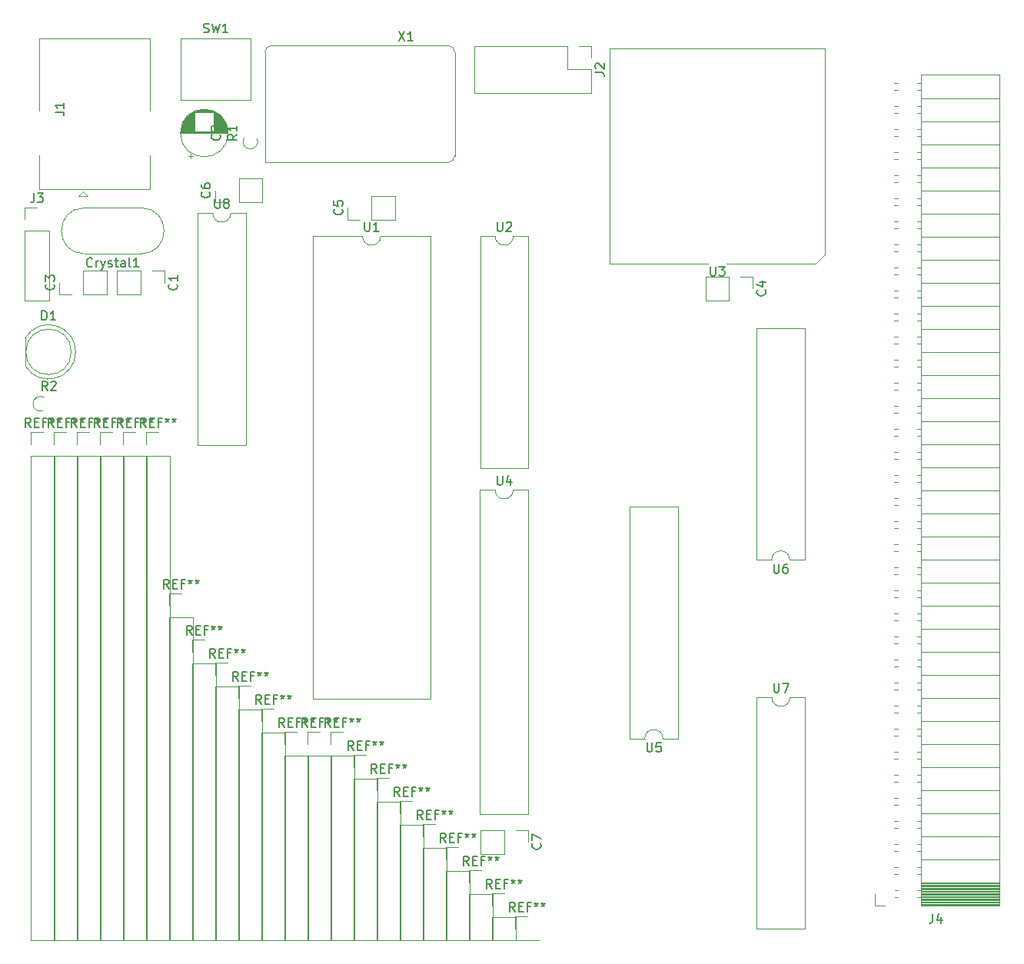
<source format=gbr>
%TF.GenerationSoftware,KiCad,Pcbnew,(6.0.1)*%
%TF.CreationDate,2023-05-10T08:42:28+02:00*%
%TF.ProjectId,VT100_MCU,56543130-305f-44d4-9355-2e6b69636164,rev?*%
%TF.SameCoordinates,Original*%
%TF.FileFunction,Legend,Top*%
%TF.FilePolarity,Positive*%
%FSLAX46Y46*%
G04 Gerber Fmt 4.6, Leading zero omitted, Abs format (unit mm)*
G04 Created by KiCad (PCBNEW (6.0.1)) date 2023-05-10 08:42:28*
%MOMM*%
%LPD*%
G01*
G04 APERTURE LIST*
%ADD10C,0.150000*%
%ADD11C,0.120000*%
G04 APERTURE END LIST*
D10*
%TO.C,REF\u002A\u002A*%
X43751666Y-87657380D02*
X43418333Y-87181190D01*
X43180238Y-87657380D02*
X43180238Y-86657380D01*
X43561190Y-86657380D01*
X43656428Y-86705000D01*
X43704047Y-86752619D01*
X43751666Y-86847857D01*
X43751666Y-86990714D01*
X43704047Y-87085952D01*
X43656428Y-87133571D01*
X43561190Y-87181190D01*
X43180238Y-87181190D01*
X44180238Y-87133571D02*
X44513571Y-87133571D01*
X44656428Y-87657380D02*
X44180238Y-87657380D01*
X44180238Y-86657380D01*
X44656428Y-86657380D01*
X45418333Y-87133571D02*
X45085000Y-87133571D01*
X45085000Y-87657380D02*
X45085000Y-86657380D01*
X45561190Y-86657380D01*
X46085000Y-86657380D02*
X46085000Y-86895476D01*
X45846904Y-86800238D02*
X46085000Y-86895476D01*
X46323095Y-86800238D01*
X45942142Y-87085952D02*
X46085000Y-86895476D01*
X46227857Y-87085952D01*
X46846904Y-86657380D02*
X46846904Y-86895476D01*
X46608809Y-86800238D02*
X46846904Y-86895476D01*
X47085000Y-86800238D01*
X46704047Y-87085952D02*
X46846904Y-86895476D01*
X46989761Y-87085952D01*
X71691666Y-110517380D02*
X71358333Y-110041190D01*
X71120238Y-110517380D02*
X71120238Y-109517380D01*
X71501190Y-109517380D01*
X71596428Y-109565000D01*
X71644047Y-109612619D01*
X71691666Y-109707857D01*
X71691666Y-109850714D01*
X71644047Y-109945952D01*
X71596428Y-109993571D01*
X71501190Y-110041190D01*
X71120238Y-110041190D01*
X72120238Y-109993571D02*
X72453571Y-109993571D01*
X72596428Y-110517380D02*
X72120238Y-110517380D01*
X72120238Y-109517380D01*
X72596428Y-109517380D01*
X73358333Y-109993571D02*
X73025000Y-109993571D01*
X73025000Y-110517380D02*
X73025000Y-109517380D01*
X73501190Y-109517380D01*
X74025000Y-109517380D02*
X74025000Y-109755476D01*
X73786904Y-109660238D02*
X74025000Y-109755476D01*
X74263095Y-109660238D01*
X73882142Y-109945952D02*
X74025000Y-109755476D01*
X74167857Y-109945952D01*
X74786904Y-109517380D02*
X74786904Y-109755476D01*
X74548809Y-109660238D02*
X74786904Y-109755476D01*
X75025000Y-109660238D01*
X74644047Y-109945952D02*
X74786904Y-109755476D01*
X74929761Y-109945952D01*
%TO.C,U2*%
X69743095Y-34602380D02*
X69743095Y-35411904D01*
X69790714Y-35507142D01*
X69838333Y-35554761D01*
X69933571Y-35602380D01*
X70124047Y-35602380D01*
X70219285Y-35554761D01*
X70266904Y-35507142D01*
X70314523Y-35411904D01*
X70314523Y-34602380D01*
X70743095Y-34697619D02*
X70790714Y-34650000D01*
X70885952Y-34602380D01*
X71124047Y-34602380D01*
X71219285Y-34650000D01*
X71266904Y-34697619D01*
X71314523Y-34792857D01*
X71314523Y-34888095D01*
X71266904Y-35030952D01*
X70695476Y-35602380D01*
X71314523Y-35602380D01*
%TO.C,C1*%
X34437142Y-41441666D02*
X34484761Y-41489285D01*
X34532380Y-41632142D01*
X34532380Y-41727380D01*
X34484761Y-41870238D01*
X34389523Y-41965476D01*
X34294285Y-42013095D01*
X34103809Y-42060714D01*
X33960952Y-42060714D01*
X33770476Y-42013095D01*
X33675238Y-41965476D01*
X33580000Y-41870238D01*
X33532380Y-41727380D01*
X33532380Y-41632142D01*
X33580000Y-41489285D01*
X33627619Y-41441666D01*
X34532380Y-40489285D02*
X34532380Y-41060714D01*
X34532380Y-40775000D02*
X33532380Y-40775000D01*
X33675238Y-40870238D01*
X33770476Y-40965476D01*
X33818095Y-41060714D01*
%TO.C,D1*%
X19581904Y-45387380D02*
X19581904Y-44387380D01*
X19820000Y-44387380D01*
X19962857Y-44435000D01*
X20058095Y-44530238D01*
X20105714Y-44625476D01*
X20153333Y-44815952D01*
X20153333Y-44958809D01*
X20105714Y-45149285D01*
X20058095Y-45244523D01*
X19962857Y-45339761D01*
X19820000Y-45387380D01*
X19581904Y-45387380D01*
X21105714Y-45387380D02*
X20534285Y-45387380D01*
X20820000Y-45387380D02*
X20820000Y-44387380D01*
X20724761Y-44530238D01*
X20629523Y-44625476D01*
X20534285Y-44673095D01*
%TO.C,REF\u002A\u002A*%
X18351666Y-57177380D02*
X18018333Y-56701190D01*
X17780238Y-57177380D02*
X17780238Y-56177380D01*
X18161190Y-56177380D01*
X18256428Y-56225000D01*
X18304047Y-56272619D01*
X18351666Y-56367857D01*
X18351666Y-56510714D01*
X18304047Y-56605952D01*
X18256428Y-56653571D01*
X18161190Y-56701190D01*
X17780238Y-56701190D01*
X18780238Y-56653571D02*
X19113571Y-56653571D01*
X19256428Y-57177380D02*
X18780238Y-57177380D01*
X18780238Y-56177380D01*
X19256428Y-56177380D01*
X20018333Y-56653571D02*
X19685000Y-56653571D01*
X19685000Y-57177380D02*
X19685000Y-56177380D01*
X20161190Y-56177380D01*
X20685000Y-56177380D02*
X20685000Y-56415476D01*
X20446904Y-56320238D02*
X20685000Y-56415476D01*
X20923095Y-56320238D01*
X20542142Y-56605952D02*
X20685000Y-56415476D01*
X20827857Y-56605952D01*
X21446904Y-56177380D02*
X21446904Y-56415476D01*
X21208809Y-56320238D02*
X21446904Y-56415476D01*
X21685000Y-56320238D01*
X21304047Y-56605952D02*
X21446904Y-56415476D01*
X21589761Y-56605952D01*
%TO.C,X1*%
X58880476Y-13592380D02*
X59547142Y-14592380D01*
X59547142Y-13592380D02*
X58880476Y-14592380D01*
X60451904Y-14592380D02*
X59880476Y-14592380D01*
X60166190Y-14592380D02*
X60166190Y-13592380D01*
X60070952Y-13735238D01*
X59975714Y-13830476D01*
X59880476Y-13878095D01*
%TO.C,REF\u002A\u002A*%
X31051666Y-57177380D02*
X30718333Y-56701190D01*
X30480238Y-57177380D02*
X30480238Y-56177380D01*
X30861190Y-56177380D01*
X30956428Y-56225000D01*
X31004047Y-56272619D01*
X31051666Y-56367857D01*
X31051666Y-56510714D01*
X31004047Y-56605952D01*
X30956428Y-56653571D01*
X30861190Y-56701190D01*
X30480238Y-56701190D01*
X31480238Y-56653571D02*
X31813571Y-56653571D01*
X31956428Y-57177380D02*
X31480238Y-57177380D01*
X31480238Y-56177380D01*
X31956428Y-56177380D01*
X32718333Y-56653571D02*
X32385000Y-56653571D01*
X32385000Y-57177380D02*
X32385000Y-56177380D01*
X32861190Y-56177380D01*
X33385000Y-56177380D02*
X33385000Y-56415476D01*
X33146904Y-56320238D02*
X33385000Y-56415476D01*
X33623095Y-56320238D01*
X33242142Y-56605952D02*
X33385000Y-56415476D01*
X33527857Y-56605952D01*
X34146904Y-56177380D02*
X34146904Y-56415476D01*
X33908809Y-56320238D02*
X34146904Y-56415476D01*
X34385000Y-56320238D01*
X34004047Y-56605952D02*
X34146904Y-56415476D01*
X34289761Y-56605952D01*
%TO.C,C6*%
X38027142Y-31281666D02*
X38074761Y-31329285D01*
X38122380Y-31472142D01*
X38122380Y-31567380D01*
X38074761Y-31710238D01*
X37979523Y-31805476D01*
X37884285Y-31853095D01*
X37693809Y-31900714D01*
X37550952Y-31900714D01*
X37360476Y-31853095D01*
X37265238Y-31805476D01*
X37170000Y-31710238D01*
X37122380Y-31567380D01*
X37122380Y-31472142D01*
X37170000Y-31329285D01*
X37217619Y-31281666D01*
X37122380Y-30424523D02*
X37122380Y-30615000D01*
X37170000Y-30710238D01*
X37217619Y-30757857D01*
X37360476Y-30853095D01*
X37550952Y-30900714D01*
X37931904Y-30900714D01*
X38027142Y-30853095D01*
X38074761Y-30805476D01*
X38122380Y-30710238D01*
X38122380Y-30519761D01*
X38074761Y-30424523D01*
X38027142Y-30376904D01*
X37931904Y-30329285D01*
X37693809Y-30329285D01*
X37598571Y-30376904D01*
X37550952Y-30424523D01*
X37503333Y-30519761D01*
X37503333Y-30710238D01*
X37550952Y-30805476D01*
X37598571Y-30853095D01*
X37693809Y-30900714D01*
%TO.C,REF\u002A\u002A*%
X46291666Y-90197380D02*
X45958333Y-89721190D01*
X45720238Y-90197380D02*
X45720238Y-89197380D01*
X46101190Y-89197380D01*
X46196428Y-89245000D01*
X46244047Y-89292619D01*
X46291666Y-89387857D01*
X46291666Y-89530714D01*
X46244047Y-89625952D01*
X46196428Y-89673571D01*
X46101190Y-89721190D01*
X45720238Y-89721190D01*
X46720238Y-89673571D02*
X47053571Y-89673571D01*
X47196428Y-90197380D02*
X46720238Y-90197380D01*
X46720238Y-89197380D01*
X47196428Y-89197380D01*
X47958333Y-89673571D02*
X47625000Y-89673571D01*
X47625000Y-90197380D02*
X47625000Y-89197380D01*
X48101190Y-89197380D01*
X48625000Y-89197380D02*
X48625000Y-89435476D01*
X48386904Y-89340238D02*
X48625000Y-89435476D01*
X48863095Y-89340238D01*
X48482142Y-89625952D02*
X48625000Y-89435476D01*
X48767857Y-89625952D01*
X49386904Y-89197380D02*
X49386904Y-89435476D01*
X49148809Y-89340238D02*
X49386904Y-89435476D01*
X49625000Y-89340238D01*
X49244047Y-89625952D02*
X49386904Y-89435476D01*
X49529761Y-89625952D01*
X23431666Y-57177380D02*
X23098333Y-56701190D01*
X22860238Y-57177380D02*
X22860238Y-56177380D01*
X23241190Y-56177380D01*
X23336428Y-56225000D01*
X23384047Y-56272619D01*
X23431666Y-56367857D01*
X23431666Y-56510714D01*
X23384047Y-56605952D01*
X23336428Y-56653571D01*
X23241190Y-56701190D01*
X22860238Y-56701190D01*
X23860238Y-56653571D02*
X24193571Y-56653571D01*
X24336428Y-57177380D02*
X23860238Y-57177380D01*
X23860238Y-56177380D01*
X24336428Y-56177380D01*
X25098333Y-56653571D02*
X24765000Y-56653571D01*
X24765000Y-57177380D02*
X24765000Y-56177380D01*
X25241190Y-56177380D01*
X25765000Y-56177380D02*
X25765000Y-56415476D01*
X25526904Y-56320238D02*
X25765000Y-56415476D01*
X26003095Y-56320238D01*
X25622142Y-56605952D02*
X25765000Y-56415476D01*
X25907857Y-56605952D01*
X26526904Y-56177380D02*
X26526904Y-56415476D01*
X26288809Y-56320238D02*
X26526904Y-56415476D01*
X26765000Y-56320238D01*
X26384047Y-56605952D02*
X26526904Y-56415476D01*
X26669761Y-56605952D01*
%TO.C,R1*%
X41077380Y-24951566D02*
X40601190Y-25284900D01*
X41077380Y-25522995D02*
X40077380Y-25522995D01*
X40077380Y-25142042D01*
X40125000Y-25046804D01*
X40172619Y-24999185D01*
X40267857Y-24951566D01*
X40410714Y-24951566D01*
X40505952Y-24999185D01*
X40553571Y-25046804D01*
X40601190Y-25142042D01*
X40601190Y-25522995D01*
X41077380Y-23999185D02*
X41077380Y-24570614D01*
X41077380Y-24284900D02*
X40077380Y-24284900D01*
X40220238Y-24380138D01*
X40315476Y-24475376D01*
X40363095Y-24570614D01*
%TO.C,U8*%
X38628095Y-32062380D02*
X38628095Y-32871904D01*
X38675714Y-32967142D01*
X38723333Y-33014761D01*
X38818571Y-33062380D01*
X39009047Y-33062380D01*
X39104285Y-33014761D01*
X39151904Y-32967142D01*
X39199523Y-32871904D01*
X39199523Y-32062380D01*
X39818571Y-32490952D02*
X39723333Y-32443333D01*
X39675714Y-32395714D01*
X39628095Y-32300476D01*
X39628095Y-32252857D01*
X39675714Y-32157619D01*
X39723333Y-32110000D01*
X39818571Y-32062380D01*
X40009047Y-32062380D01*
X40104285Y-32110000D01*
X40151904Y-32157619D01*
X40199523Y-32252857D01*
X40199523Y-32300476D01*
X40151904Y-32395714D01*
X40104285Y-32443333D01*
X40009047Y-32490952D01*
X39818571Y-32490952D01*
X39723333Y-32538571D01*
X39675714Y-32586190D01*
X39628095Y-32681428D01*
X39628095Y-32871904D01*
X39675714Y-32967142D01*
X39723333Y-33014761D01*
X39818571Y-33062380D01*
X40009047Y-33062380D01*
X40104285Y-33014761D01*
X40151904Y-32967142D01*
X40199523Y-32871904D01*
X40199523Y-32681428D01*
X40151904Y-32586190D01*
X40104285Y-32538571D01*
X40009047Y-32490952D01*
%TO.C,C2*%
X39152142Y-24951666D02*
X39199761Y-24999285D01*
X39247380Y-25142142D01*
X39247380Y-25237380D01*
X39199761Y-25380238D01*
X39104523Y-25475476D01*
X39009285Y-25523095D01*
X38818809Y-25570714D01*
X38675952Y-25570714D01*
X38485476Y-25523095D01*
X38390238Y-25475476D01*
X38295000Y-25380238D01*
X38247380Y-25237380D01*
X38247380Y-25142142D01*
X38295000Y-24999285D01*
X38342619Y-24951666D01*
X38342619Y-24570714D02*
X38295000Y-24523095D01*
X38247380Y-24427857D01*
X38247380Y-24189761D01*
X38295000Y-24094523D01*
X38342619Y-24046904D01*
X38437857Y-23999285D01*
X38533095Y-23999285D01*
X38675952Y-24046904D01*
X39247380Y-24618333D01*
X39247380Y-23999285D01*
%TO.C,R2*%
X20198333Y-53142380D02*
X19865000Y-52666190D01*
X19626904Y-53142380D02*
X19626904Y-52142380D01*
X20007857Y-52142380D01*
X20103095Y-52190000D01*
X20150714Y-52237619D01*
X20198333Y-52332857D01*
X20198333Y-52475714D01*
X20150714Y-52570952D01*
X20103095Y-52618571D01*
X20007857Y-52666190D01*
X19626904Y-52666190D01*
X20579285Y-52237619D02*
X20626904Y-52190000D01*
X20722142Y-52142380D01*
X20960238Y-52142380D01*
X21055476Y-52190000D01*
X21103095Y-52237619D01*
X21150714Y-52332857D01*
X21150714Y-52428095D01*
X21103095Y-52570952D01*
X20531666Y-53142380D01*
X21150714Y-53142380D01*
%TO.C,C7*%
X74457142Y-103046666D02*
X74504761Y-103094285D01*
X74552380Y-103237142D01*
X74552380Y-103332380D01*
X74504761Y-103475238D01*
X74409523Y-103570476D01*
X74314285Y-103618095D01*
X74123809Y-103665714D01*
X73980952Y-103665714D01*
X73790476Y-103618095D01*
X73695238Y-103570476D01*
X73600000Y-103475238D01*
X73552380Y-103332380D01*
X73552380Y-103237142D01*
X73600000Y-103094285D01*
X73647619Y-103046666D01*
X73552380Y-102713333D02*
X73552380Y-102046666D01*
X74552380Y-102475238D01*
%TO.C,REF\u002A\u002A*%
X20891666Y-57177380D02*
X20558333Y-56701190D01*
X20320238Y-57177380D02*
X20320238Y-56177380D01*
X20701190Y-56177380D01*
X20796428Y-56225000D01*
X20844047Y-56272619D01*
X20891666Y-56367857D01*
X20891666Y-56510714D01*
X20844047Y-56605952D01*
X20796428Y-56653571D01*
X20701190Y-56701190D01*
X20320238Y-56701190D01*
X21320238Y-56653571D02*
X21653571Y-56653571D01*
X21796428Y-57177380D02*
X21320238Y-57177380D01*
X21320238Y-56177380D01*
X21796428Y-56177380D01*
X22558333Y-56653571D02*
X22225000Y-56653571D01*
X22225000Y-57177380D02*
X22225000Y-56177380D01*
X22701190Y-56177380D01*
X23225000Y-56177380D02*
X23225000Y-56415476D01*
X22986904Y-56320238D02*
X23225000Y-56415476D01*
X23463095Y-56320238D01*
X23082142Y-56605952D02*
X23225000Y-56415476D01*
X23367857Y-56605952D01*
X23986904Y-56177380D02*
X23986904Y-56415476D01*
X23748809Y-56320238D02*
X23986904Y-56415476D01*
X24225000Y-56320238D01*
X23844047Y-56605952D02*
X23986904Y-56415476D01*
X24129761Y-56605952D01*
%TO.C,U1*%
X55128095Y-34597380D02*
X55128095Y-35406904D01*
X55175714Y-35502142D01*
X55223333Y-35549761D01*
X55318571Y-35597380D01*
X55509047Y-35597380D01*
X55604285Y-35549761D01*
X55651904Y-35502142D01*
X55699523Y-35406904D01*
X55699523Y-34597380D01*
X56699523Y-35597380D02*
X56128095Y-35597380D01*
X56413809Y-35597380D02*
X56413809Y-34597380D01*
X56318571Y-34740238D01*
X56223333Y-34835476D01*
X56128095Y-34883095D01*
%TO.C,REF\u002A\u002A*%
X66611666Y-105437380D02*
X66278333Y-104961190D01*
X66040238Y-105437380D02*
X66040238Y-104437380D01*
X66421190Y-104437380D01*
X66516428Y-104485000D01*
X66564047Y-104532619D01*
X66611666Y-104627857D01*
X66611666Y-104770714D01*
X66564047Y-104865952D01*
X66516428Y-104913571D01*
X66421190Y-104961190D01*
X66040238Y-104961190D01*
X67040238Y-104913571D02*
X67373571Y-104913571D01*
X67516428Y-105437380D02*
X67040238Y-105437380D01*
X67040238Y-104437380D01*
X67516428Y-104437380D01*
X68278333Y-104913571D02*
X67945000Y-104913571D01*
X67945000Y-105437380D02*
X67945000Y-104437380D01*
X68421190Y-104437380D01*
X68945000Y-104437380D02*
X68945000Y-104675476D01*
X68706904Y-104580238D02*
X68945000Y-104675476D01*
X69183095Y-104580238D01*
X68802142Y-104865952D02*
X68945000Y-104675476D01*
X69087857Y-104865952D01*
X69706904Y-104437380D02*
X69706904Y-104675476D01*
X69468809Y-104580238D02*
X69706904Y-104675476D01*
X69945000Y-104580238D01*
X69564047Y-104865952D02*
X69706904Y-104675476D01*
X69849761Y-104865952D01*
X28511666Y-57177380D02*
X28178333Y-56701190D01*
X27940238Y-57177380D02*
X27940238Y-56177380D01*
X28321190Y-56177380D01*
X28416428Y-56225000D01*
X28464047Y-56272619D01*
X28511666Y-56367857D01*
X28511666Y-56510714D01*
X28464047Y-56605952D01*
X28416428Y-56653571D01*
X28321190Y-56701190D01*
X27940238Y-56701190D01*
X28940238Y-56653571D02*
X29273571Y-56653571D01*
X29416428Y-57177380D02*
X28940238Y-57177380D01*
X28940238Y-56177380D01*
X29416428Y-56177380D01*
X30178333Y-56653571D02*
X29845000Y-56653571D01*
X29845000Y-57177380D02*
X29845000Y-56177380D01*
X30321190Y-56177380D01*
X30845000Y-56177380D02*
X30845000Y-56415476D01*
X30606904Y-56320238D02*
X30845000Y-56415476D01*
X31083095Y-56320238D01*
X30702142Y-56605952D02*
X30845000Y-56415476D01*
X30987857Y-56605952D01*
X31606904Y-56177380D02*
X31606904Y-56415476D01*
X31368809Y-56320238D02*
X31606904Y-56415476D01*
X31845000Y-56320238D01*
X31464047Y-56605952D02*
X31606904Y-56415476D01*
X31749761Y-56605952D01*
X25971666Y-57177380D02*
X25638333Y-56701190D01*
X25400238Y-57177380D02*
X25400238Y-56177380D01*
X25781190Y-56177380D01*
X25876428Y-56225000D01*
X25924047Y-56272619D01*
X25971666Y-56367857D01*
X25971666Y-56510714D01*
X25924047Y-56605952D01*
X25876428Y-56653571D01*
X25781190Y-56701190D01*
X25400238Y-56701190D01*
X26400238Y-56653571D02*
X26733571Y-56653571D01*
X26876428Y-57177380D02*
X26400238Y-57177380D01*
X26400238Y-56177380D01*
X26876428Y-56177380D01*
X27638333Y-56653571D02*
X27305000Y-56653571D01*
X27305000Y-57177380D02*
X27305000Y-56177380D01*
X27781190Y-56177380D01*
X28305000Y-56177380D02*
X28305000Y-56415476D01*
X28066904Y-56320238D02*
X28305000Y-56415476D01*
X28543095Y-56320238D01*
X28162142Y-56605952D02*
X28305000Y-56415476D01*
X28447857Y-56605952D01*
X29066904Y-56177380D02*
X29066904Y-56415476D01*
X28828809Y-56320238D02*
X29066904Y-56415476D01*
X29305000Y-56320238D01*
X28924047Y-56605952D02*
X29066904Y-56415476D01*
X29209761Y-56605952D01*
%TO.C,J2*%
X80522380Y-18113333D02*
X81236666Y-18113333D01*
X81379523Y-18160952D01*
X81474761Y-18256190D01*
X81522380Y-18399047D01*
X81522380Y-18494285D01*
X80617619Y-17684761D02*
X80570000Y-17637142D01*
X80522380Y-17541904D01*
X80522380Y-17303809D01*
X80570000Y-17208571D01*
X80617619Y-17160952D01*
X80712857Y-17113333D01*
X80808095Y-17113333D01*
X80950952Y-17160952D01*
X81522380Y-17732380D01*
X81522380Y-17113333D01*
%TO.C,Crystal1*%
X25128095Y-39442142D02*
X25080476Y-39489761D01*
X24937619Y-39537380D01*
X24842380Y-39537380D01*
X24699523Y-39489761D01*
X24604285Y-39394523D01*
X24556666Y-39299285D01*
X24509047Y-39108809D01*
X24509047Y-38965952D01*
X24556666Y-38775476D01*
X24604285Y-38680238D01*
X24699523Y-38585000D01*
X24842380Y-38537380D01*
X24937619Y-38537380D01*
X25080476Y-38585000D01*
X25128095Y-38632619D01*
X25556666Y-39537380D02*
X25556666Y-38870714D01*
X25556666Y-39061190D02*
X25604285Y-38965952D01*
X25651904Y-38918333D01*
X25747142Y-38870714D01*
X25842380Y-38870714D01*
X26080476Y-38870714D02*
X26318571Y-39537380D01*
X26556666Y-38870714D02*
X26318571Y-39537380D01*
X26223333Y-39775476D01*
X26175714Y-39823095D01*
X26080476Y-39870714D01*
X26890000Y-39489761D02*
X26985238Y-39537380D01*
X27175714Y-39537380D01*
X27270952Y-39489761D01*
X27318571Y-39394523D01*
X27318571Y-39346904D01*
X27270952Y-39251666D01*
X27175714Y-39204047D01*
X27032857Y-39204047D01*
X26937619Y-39156428D01*
X26890000Y-39061190D01*
X26890000Y-39013571D01*
X26937619Y-38918333D01*
X27032857Y-38870714D01*
X27175714Y-38870714D01*
X27270952Y-38918333D01*
X27604285Y-38870714D02*
X27985238Y-38870714D01*
X27747142Y-38537380D02*
X27747142Y-39394523D01*
X27794761Y-39489761D01*
X27890000Y-39537380D01*
X27985238Y-39537380D01*
X28747142Y-39537380D02*
X28747142Y-39013571D01*
X28699523Y-38918333D01*
X28604285Y-38870714D01*
X28413809Y-38870714D01*
X28318571Y-38918333D01*
X28747142Y-39489761D02*
X28651904Y-39537380D01*
X28413809Y-39537380D01*
X28318571Y-39489761D01*
X28270952Y-39394523D01*
X28270952Y-39299285D01*
X28318571Y-39204047D01*
X28413809Y-39156428D01*
X28651904Y-39156428D01*
X28747142Y-39108809D01*
X29366190Y-39537380D02*
X29270952Y-39489761D01*
X29223333Y-39394523D01*
X29223333Y-38537380D01*
X30270952Y-39537380D02*
X29699523Y-39537380D01*
X29985238Y-39537380D02*
X29985238Y-38537380D01*
X29890000Y-38680238D01*
X29794761Y-38775476D01*
X29699523Y-38823095D01*
%TO.C,REF\u002A\u002A*%
X61531666Y-100357380D02*
X61198333Y-99881190D01*
X60960238Y-100357380D02*
X60960238Y-99357380D01*
X61341190Y-99357380D01*
X61436428Y-99405000D01*
X61484047Y-99452619D01*
X61531666Y-99547857D01*
X61531666Y-99690714D01*
X61484047Y-99785952D01*
X61436428Y-99833571D01*
X61341190Y-99881190D01*
X60960238Y-99881190D01*
X61960238Y-99833571D02*
X62293571Y-99833571D01*
X62436428Y-100357380D02*
X61960238Y-100357380D01*
X61960238Y-99357380D01*
X62436428Y-99357380D01*
X63198333Y-99833571D02*
X62865000Y-99833571D01*
X62865000Y-100357380D02*
X62865000Y-99357380D01*
X63341190Y-99357380D01*
X63865000Y-99357380D02*
X63865000Y-99595476D01*
X63626904Y-99500238D02*
X63865000Y-99595476D01*
X64103095Y-99500238D01*
X63722142Y-99785952D02*
X63865000Y-99595476D01*
X64007857Y-99785952D01*
X64626904Y-99357380D02*
X64626904Y-99595476D01*
X64388809Y-99500238D02*
X64626904Y-99595476D01*
X64865000Y-99500238D01*
X64484047Y-99785952D02*
X64626904Y-99595476D01*
X64769761Y-99785952D01*
X64071666Y-102897380D02*
X63738333Y-102421190D01*
X63500238Y-102897380D02*
X63500238Y-101897380D01*
X63881190Y-101897380D01*
X63976428Y-101945000D01*
X64024047Y-101992619D01*
X64071666Y-102087857D01*
X64071666Y-102230714D01*
X64024047Y-102325952D01*
X63976428Y-102373571D01*
X63881190Y-102421190D01*
X63500238Y-102421190D01*
X64500238Y-102373571D02*
X64833571Y-102373571D01*
X64976428Y-102897380D02*
X64500238Y-102897380D01*
X64500238Y-101897380D01*
X64976428Y-101897380D01*
X65738333Y-102373571D02*
X65405000Y-102373571D01*
X65405000Y-102897380D02*
X65405000Y-101897380D01*
X65881190Y-101897380D01*
X66405000Y-101897380D02*
X66405000Y-102135476D01*
X66166904Y-102040238D02*
X66405000Y-102135476D01*
X66643095Y-102040238D01*
X66262142Y-102325952D02*
X66405000Y-102135476D01*
X66547857Y-102325952D01*
X67166904Y-101897380D02*
X67166904Y-102135476D01*
X66928809Y-102040238D02*
X67166904Y-102135476D01*
X67405000Y-102040238D01*
X67024047Y-102325952D02*
X67166904Y-102135476D01*
X67309761Y-102325952D01*
X48831666Y-90197380D02*
X48498333Y-89721190D01*
X48260238Y-90197380D02*
X48260238Y-89197380D01*
X48641190Y-89197380D01*
X48736428Y-89245000D01*
X48784047Y-89292619D01*
X48831666Y-89387857D01*
X48831666Y-89530714D01*
X48784047Y-89625952D01*
X48736428Y-89673571D01*
X48641190Y-89721190D01*
X48260238Y-89721190D01*
X49260238Y-89673571D02*
X49593571Y-89673571D01*
X49736428Y-90197380D02*
X49260238Y-90197380D01*
X49260238Y-89197380D01*
X49736428Y-89197380D01*
X50498333Y-89673571D02*
X50165000Y-89673571D01*
X50165000Y-90197380D02*
X50165000Y-89197380D01*
X50641190Y-89197380D01*
X51165000Y-89197380D02*
X51165000Y-89435476D01*
X50926904Y-89340238D02*
X51165000Y-89435476D01*
X51403095Y-89340238D01*
X51022142Y-89625952D02*
X51165000Y-89435476D01*
X51307857Y-89625952D01*
X51926904Y-89197380D02*
X51926904Y-89435476D01*
X51688809Y-89340238D02*
X51926904Y-89435476D01*
X52165000Y-89340238D01*
X51784047Y-89625952D02*
X51926904Y-89435476D01*
X52069761Y-89625952D01*
%TO.C,C4*%
X99222142Y-42086666D02*
X99269761Y-42134285D01*
X99317380Y-42277142D01*
X99317380Y-42372380D01*
X99269761Y-42515238D01*
X99174523Y-42610476D01*
X99079285Y-42658095D01*
X98888809Y-42705714D01*
X98745952Y-42705714D01*
X98555476Y-42658095D01*
X98460238Y-42610476D01*
X98365000Y-42515238D01*
X98317380Y-42372380D01*
X98317380Y-42277142D01*
X98365000Y-42134285D01*
X98412619Y-42086666D01*
X98650714Y-41229523D02*
X99317380Y-41229523D01*
X98269761Y-41467619D02*
X98984047Y-41705714D01*
X98984047Y-41086666D01*
%TO.C,REF\u002A\u002A*%
X69151666Y-107977380D02*
X68818333Y-107501190D01*
X68580238Y-107977380D02*
X68580238Y-106977380D01*
X68961190Y-106977380D01*
X69056428Y-107025000D01*
X69104047Y-107072619D01*
X69151666Y-107167857D01*
X69151666Y-107310714D01*
X69104047Y-107405952D01*
X69056428Y-107453571D01*
X68961190Y-107501190D01*
X68580238Y-107501190D01*
X69580238Y-107453571D02*
X69913571Y-107453571D01*
X70056428Y-107977380D02*
X69580238Y-107977380D01*
X69580238Y-106977380D01*
X70056428Y-106977380D01*
X70818333Y-107453571D02*
X70485000Y-107453571D01*
X70485000Y-107977380D02*
X70485000Y-106977380D01*
X70961190Y-106977380D01*
X71485000Y-106977380D02*
X71485000Y-107215476D01*
X71246904Y-107120238D02*
X71485000Y-107215476D01*
X71723095Y-107120238D01*
X71342142Y-107405952D02*
X71485000Y-107215476D01*
X71627857Y-107405952D01*
X72246904Y-106977380D02*
X72246904Y-107215476D01*
X72008809Y-107120238D02*
X72246904Y-107215476D01*
X72485000Y-107120238D01*
X72104047Y-107405952D02*
X72246904Y-107215476D01*
X72389761Y-107405952D01*
%TO.C,C5*%
X52637142Y-33186666D02*
X52684761Y-33234285D01*
X52732380Y-33377142D01*
X52732380Y-33472380D01*
X52684761Y-33615238D01*
X52589523Y-33710476D01*
X52494285Y-33758095D01*
X52303809Y-33805714D01*
X52160952Y-33805714D01*
X51970476Y-33758095D01*
X51875238Y-33710476D01*
X51780000Y-33615238D01*
X51732380Y-33472380D01*
X51732380Y-33377142D01*
X51780000Y-33234285D01*
X51827619Y-33186666D01*
X51732380Y-32281904D02*
X51732380Y-32758095D01*
X52208571Y-32805714D01*
X52160952Y-32758095D01*
X52113333Y-32662857D01*
X52113333Y-32424761D01*
X52160952Y-32329523D01*
X52208571Y-32281904D01*
X52303809Y-32234285D01*
X52541904Y-32234285D01*
X52637142Y-32281904D01*
X52684761Y-32329523D01*
X52732380Y-32424761D01*
X52732380Y-32662857D01*
X52684761Y-32758095D01*
X52637142Y-32805714D01*
%TO.C,U5*%
X86223095Y-91947380D02*
X86223095Y-92756904D01*
X86270714Y-92852142D01*
X86318333Y-92899761D01*
X86413571Y-92947380D01*
X86604047Y-92947380D01*
X86699285Y-92899761D01*
X86746904Y-92852142D01*
X86794523Y-92756904D01*
X86794523Y-91947380D01*
X87746904Y-91947380D02*
X87270714Y-91947380D01*
X87223095Y-92423571D01*
X87270714Y-92375952D01*
X87365952Y-92328333D01*
X87604047Y-92328333D01*
X87699285Y-92375952D01*
X87746904Y-92423571D01*
X87794523Y-92518809D01*
X87794523Y-92756904D01*
X87746904Y-92852142D01*
X87699285Y-92899761D01*
X87604047Y-92947380D01*
X87365952Y-92947380D01*
X87270714Y-92899761D01*
X87223095Y-92852142D01*
%TO.C,REF\u002A\u002A*%
X58991666Y-97817380D02*
X58658333Y-97341190D01*
X58420238Y-97817380D02*
X58420238Y-96817380D01*
X58801190Y-96817380D01*
X58896428Y-96865000D01*
X58944047Y-96912619D01*
X58991666Y-97007857D01*
X58991666Y-97150714D01*
X58944047Y-97245952D01*
X58896428Y-97293571D01*
X58801190Y-97341190D01*
X58420238Y-97341190D01*
X59420238Y-97293571D02*
X59753571Y-97293571D01*
X59896428Y-97817380D02*
X59420238Y-97817380D01*
X59420238Y-96817380D01*
X59896428Y-96817380D01*
X60658333Y-97293571D02*
X60325000Y-97293571D01*
X60325000Y-97817380D02*
X60325000Y-96817380D01*
X60801190Y-96817380D01*
X61325000Y-96817380D02*
X61325000Y-97055476D01*
X61086904Y-96960238D02*
X61325000Y-97055476D01*
X61563095Y-96960238D01*
X61182142Y-97245952D02*
X61325000Y-97055476D01*
X61467857Y-97245952D01*
X62086904Y-96817380D02*
X62086904Y-97055476D01*
X61848809Y-96960238D02*
X62086904Y-97055476D01*
X62325000Y-96960238D01*
X61944047Y-97245952D02*
X62086904Y-97055476D01*
X62229761Y-97245952D01*
X56451666Y-95277380D02*
X56118333Y-94801190D01*
X55880238Y-95277380D02*
X55880238Y-94277380D01*
X56261190Y-94277380D01*
X56356428Y-94325000D01*
X56404047Y-94372619D01*
X56451666Y-94467857D01*
X56451666Y-94610714D01*
X56404047Y-94705952D01*
X56356428Y-94753571D01*
X56261190Y-94801190D01*
X55880238Y-94801190D01*
X56880238Y-94753571D02*
X57213571Y-94753571D01*
X57356428Y-95277380D02*
X56880238Y-95277380D01*
X56880238Y-94277380D01*
X57356428Y-94277380D01*
X58118333Y-94753571D02*
X57785000Y-94753571D01*
X57785000Y-95277380D02*
X57785000Y-94277380D01*
X58261190Y-94277380D01*
X58785000Y-94277380D02*
X58785000Y-94515476D01*
X58546904Y-94420238D02*
X58785000Y-94515476D01*
X59023095Y-94420238D01*
X58642142Y-94705952D02*
X58785000Y-94515476D01*
X58927857Y-94705952D01*
X59546904Y-94277380D02*
X59546904Y-94515476D01*
X59308809Y-94420238D02*
X59546904Y-94515476D01*
X59785000Y-94420238D01*
X59404047Y-94705952D02*
X59546904Y-94515476D01*
X59689761Y-94705952D01*
%TO.C,U3*%
X93218095Y-39507380D02*
X93218095Y-40316904D01*
X93265714Y-40412142D01*
X93313333Y-40459761D01*
X93408571Y-40507380D01*
X93599047Y-40507380D01*
X93694285Y-40459761D01*
X93741904Y-40412142D01*
X93789523Y-40316904D01*
X93789523Y-39507380D01*
X94170476Y-39507380D02*
X94789523Y-39507380D01*
X94456190Y-39888333D01*
X94599047Y-39888333D01*
X94694285Y-39935952D01*
X94741904Y-39983571D01*
X94789523Y-40078809D01*
X94789523Y-40316904D01*
X94741904Y-40412142D01*
X94694285Y-40459761D01*
X94599047Y-40507380D01*
X94313333Y-40507380D01*
X94218095Y-40459761D01*
X94170476Y-40412142D01*
%TO.C,REF\u002A\u002A*%
X41211666Y-85117380D02*
X40878333Y-84641190D01*
X40640238Y-85117380D02*
X40640238Y-84117380D01*
X41021190Y-84117380D01*
X41116428Y-84165000D01*
X41164047Y-84212619D01*
X41211666Y-84307857D01*
X41211666Y-84450714D01*
X41164047Y-84545952D01*
X41116428Y-84593571D01*
X41021190Y-84641190D01*
X40640238Y-84641190D01*
X41640238Y-84593571D02*
X41973571Y-84593571D01*
X42116428Y-85117380D02*
X41640238Y-85117380D01*
X41640238Y-84117380D01*
X42116428Y-84117380D01*
X42878333Y-84593571D02*
X42545000Y-84593571D01*
X42545000Y-85117380D02*
X42545000Y-84117380D01*
X43021190Y-84117380D01*
X43545000Y-84117380D02*
X43545000Y-84355476D01*
X43306904Y-84260238D02*
X43545000Y-84355476D01*
X43783095Y-84260238D01*
X43402142Y-84545952D02*
X43545000Y-84355476D01*
X43687857Y-84545952D01*
X44306904Y-84117380D02*
X44306904Y-84355476D01*
X44068809Y-84260238D02*
X44306904Y-84355476D01*
X44545000Y-84260238D01*
X44164047Y-84545952D02*
X44306904Y-84355476D01*
X44449761Y-84545952D01*
%TO.C,U7*%
X100203095Y-85387380D02*
X100203095Y-86196904D01*
X100250714Y-86292142D01*
X100298333Y-86339761D01*
X100393571Y-86387380D01*
X100584047Y-86387380D01*
X100679285Y-86339761D01*
X100726904Y-86292142D01*
X100774523Y-86196904D01*
X100774523Y-85387380D01*
X101155476Y-85387380D02*
X101822142Y-85387380D01*
X101393571Y-86387380D01*
%TO.C,REF\u002A\u002A*%
X38671666Y-82577380D02*
X38338333Y-82101190D01*
X38100238Y-82577380D02*
X38100238Y-81577380D01*
X38481190Y-81577380D01*
X38576428Y-81625000D01*
X38624047Y-81672619D01*
X38671666Y-81767857D01*
X38671666Y-81910714D01*
X38624047Y-82005952D01*
X38576428Y-82053571D01*
X38481190Y-82101190D01*
X38100238Y-82101190D01*
X39100238Y-82053571D02*
X39433571Y-82053571D01*
X39576428Y-82577380D02*
X39100238Y-82577380D01*
X39100238Y-81577380D01*
X39576428Y-81577380D01*
X40338333Y-82053571D02*
X40005000Y-82053571D01*
X40005000Y-82577380D02*
X40005000Y-81577380D01*
X40481190Y-81577380D01*
X41005000Y-81577380D02*
X41005000Y-81815476D01*
X40766904Y-81720238D02*
X41005000Y-81815476D01*
X41243095Y-81720238D01*
X40862142Y-82005952D02*
X41005000Y-81815476D01*
X41147857Y-82005952D01*
X41766904Y-81577380D02*
X41766904Y-81815476D01*
X41528809Y-81720238D02*
X41766904Y-81815476D01*
X42005000Y-81720238D01*
X41624047Y-82005952D02*
X41766904Y-81815476D01*
X41909761Y-82005952D01*
%TO.C,U4*%
X69733095Y-62537380D02*
X69733095Y-63346904D01*
X69780714Y-63442142D01*
X69828333Y-63489761D01*
X69923571Y-63537380D01*
X70114047Y-63537380D01*
X70209285Y-63489761D01*
X70256904Y-63442142D01*
X70304523Y-63346904D01*
X70304523Y-62537380D01*
X71209285Y-62870714D02*
X71209285Y-63537380D01*
X70971190Y-62489761D02*
X70733095Y-63204047D01*
X71352142Y-63204047D01*
%TO.C,SW1*%
X37401666Y-13684761D02*
X37544523Y-13732380D01*
X37782619Y-13732380D01*
X37877857Y-13684761D01*
X37925476Y-13637142D01*
X37973095Y-13541904D01*
X37973095Y-13446666D01*
X37925476Y-13351428D01*
X37877857Y-13303809D01*
X37782619Y-13256190D01*
X37592142Y-13208571D01*
X37496904Y-13160952D01*
X37449285Y-13113333D01*
X37401666Y-13018095D01*
X37401666Y-12922857D01*
X37449285Y-12827619D01*
X37496904Y-12780000D01*
X37592142Y-12732380D01*
X37830238Y-12732380D01*
X37973095Y-12780000D01*
X38306428Y-12732380D02*
X38544523Y-13732380D01*
X38735000Y-13018095D01*
X38925476Y-13732380D01*
X39163571Y-12732380D01*
X40068333Y-13732380D02*
X39496904Y-13732380D01*
X39782619Y-13732380D02*
X39782619Y-12732380D01*
X39687380Y-12875238D01*
X39592142Y-12970476D01*
X39496904Y-13018095D01*
%TO.C,U6*%
X100193095Y-72267380D02*
X100193095Y-73076904D01*
X100240714Y-73172142D01*
X100288333Y-73219761D01*
X100383571Y-73267380D01*
X100574047Y-73267380D01*
X100669285Y-73219761D01*
X100716904Y-73172142D01*
X100764523Y-73076904D01*
X100764523Y-72267380D01*
X101669285Y-72267380D02*
X101478809Y-72267380D01*
X101383571Y-72315000D01*
X101335952Y-72362619D01*
X101240714Y-72505476D01*
X101193095Y-72695952D01*
X101193095Y-73076904D01*
X101240714Y-73172142D01*
X101288333Y-73219761D01*
X101383571Y-73267380D01*
X101574047Y-73267380D01*
X101669285Y-73219761D01*
X101716904Y-73172142D01*
X101764523Y-73076904D01*
X101764523Y-72838809D01*
X101716904Y-72743571D01*
X101669285Y-72695952D01*
X101574047Y-72648333D01*
X101383571Y-72648333D01*
X101288333Y-72695952D01*
X101240714Y-72743571D01*
X101193095Y-72838809D01*
%TO.C,J3*%
X18716666Y-31422380D02*
X18716666Y-32136666D01*
X18669047Y-32279523D01*
X18573809Y-32374761D01*
X18430952Y-32422380D01*
X18335714Y-32422380D01*
X19097619Y-31422380D02*
X19716666Y-31422380D01*
X19383333Y-31803333D01*
X19526190Y-31803333D01*
X19621428Y-31850952D01*
X19669047Y-31898571D01*
X19716666Y-31993809D01*
X19716666Y-32231904D01*
X19669047Y-32327142D01*
X19621428Y-32374761D01*
X19526190Y-32422380D01*
X19240476Y-32422380D01*
X19145238Y-32374761D01*
X19097619Y-32327142D01*
%TO.C,REF\u002A\u002A*%
X53911666Y-92737380D02*
X53578333Y-92261190D01*
X53340238Y-92737380D02*
X53340238Y-91737380D01*
X53721190Y-91737380D01*
X53816428Y-91785000D01*
X53864047Y-91832619D01*
X53911666Y-91927857D01*
X53911666Y-92070714D01*
X53864047Y-92165952D01*
X53816428Y-92213571D01*
X53721190Y-92261190D01*
X53340238Y-92261190D01*
X54340238Y-92213571D02*
X54673571Y-92213571D01*
X54816428Y-92737380D02*
X54340238Y-92737380D01*
X54340238Y-91737380D01*
X54816428Y-91737380D01*
X55578333Y-92213571D02*
X55245000Y-92213571D01*
X55245000Y-92737380D02*
X55245000Y-91737380D01*
X55721190Y-91737380D01*
X56245000Y-91737380D02*
X56245000Y-91975476D01*
X56006904Y-91880238D02*
X56245000Y-91975476D01*
X56483095Y-91880238D01*
X56102142Y-92165952D02*
X56245000Y-91975476D01*
X56387857Y-92165952D01*
X57006904Y-91737380D02*
X57006904Y-91975476D01*
X56768809Y-91880238D02*
X57006904Y-91975476D01*
X57245000Y-91880238D01*
X56864047Y-92165952D02*
X57006904Y-91975476D01*
X57149761Y-92165952D01*
%TO.C,C3*%
X20882142Y-41441666D02*
X20929761Y-41489285D01*
X20977380Y-41632142D01*
X20977380Y-41727380D01*
X20929761Y-41870238D01*
X20834523Y-41965476D01*
X20739285Y-42013095D01*
X20548809Y-42060714D01*
X20405952Y-42060714D01*
X20215476Y-42013095D01*
X20120238Y-41965476D01*
X20025000Y-41870238D01*
X19977380Y-41727380D01*
X19977380Y-41632142D01*
X20025000Y-41489285D01*
X20072619Y-41441666D01*
X19977380Y-41108333D02*
X19977380Y-40489285D01*
X20358333Y-40822619D01*
X20358333Y-40679761D01*
X20405952Y-40584523D01*
X20453571Y-40536904D01*
X20548809Y-40489285D01*
X20786904Y-40489285D01*
X20882142Y-40536904D01*
X20929761Y-40584523D01*
X20977380Y-40679761D01*
X20977380Y-40965476D01*
X20929761Y-41060714D01*
X20882142Y-41108333D01*
%TO.C,REF\u002A\u002A*%
X51371666Y-90197380D02*
X51038333Y-89721190D01*
X50800238Y-90197380D02*
X50800238Y-89197380D01*
X51181190Y-89197380D01*
X51276428Y-89245000D01*
X51324047Y-89292619D01*
X51371666Y-89387857D01*
X51371666Y-89530714D01*
X51324047Y-89625952D01*
X51276428Y-89673571D01*
X51181190Y-89721190D01*
X50800238Y-89721190D01*
X51800238Y-89673571D02*
X52133571Y-89673571D01*
X52276428Y-90197380D02*
X51800238Y-90197380D01*
X51800238Y-89197380D01*
X52276428Y-89197380D01*
X53038333Y-89673571D02*
X52705000Y-89673571D01*
X52705000Y-90197380D02*
X52705000Y-89197380D01*
X53181190Y-89197380D01*
X53705000Y-89197380D02*
X53705000Y-89435476D01*
X53466904Y-89340238D02*
X53705000Y-89435476D01*
X53943095Y-89340238D01*
X53562142Y-89625952D02*
X53705000Y-89435476D01*
X53847857Y-89625952D01*
X54466904Y-89197380D02*
X54466904Y-89435476D01*
X54228809Y-89340238D02*
X54466904Y-89435476D01*
X54705000Y-89340238D01*
X54324047Y-89625952D02*
X54466904Y-89435476D01*
X54609761Y-89625952D01*
%TO.C,J4*%
X117711666Y-110807380D02*
X117711666Y-111521666D01*
X117664047Y-111664523D01*
X117568809Y-111759761D01*
X117425952Y-111807380D01*
X117330714Y-111807380D01*
X118616428Y-111140714D02*
X118616428Y-111807380D01*
X118378333Y-110759761D02*
X118140238Y-111474047D01*
X118759285Y-111474047D01*
%TO.C,REF\u002A\u002A*%
X33591666Y-74957380D02*
X33258333Y-74481190D01*
X33020238Y-74957380D02*
X33020238Y-73957380D01*
X33401190Y-73957380D01*
X33496428Y-74005000D01*
X33544047Y-74052619D01*
X33591666Y-74147857D01*
X33591666Y-74290714D01*
X33544047Y-74385952D01*
X33496428Y-74433571D01*
X33401190Y-74481190D01*
X33020238Y-74481190D01*
X34020238Y-74433571D02*
X34353571Y-74433571D01*
X34496428Y-74957380D02*
X34020238Y-74957380D01*
X34020238Y-73957380D01*
X34496428Y-73957380D01*
X35258333Y-74433571D02*
X34925000Y-74433571D01*
X34925000Y-74957380D02*
X34925000Y-73957380D01*
X35401190Y-73957380D01*
X35925000Y-73957380D02*
X35925000Y-74195476D01*
X35686904Y-74100238D02*
X35925000Y-74195476D01*
X36163095Y-74100238D01*
X35782142Y-74385952D02*
X35925000Y-74195476D01*
X36067857Y-74385952D01*
X36686904Y-73957380D02*
X36686904Y-74195476D01*
X36448809Y-74100238D02*
X36686904Y-74195476D01*
X36925000Y-74100238D01*
X36544047Y-74385952D02*
X36686904Y-74195476D01*
X36829761Y-74385952D01*
X36131666Y-80037380D02*
X35798333Y-79561190D01*
X35560238Y-80037380D02*
X35560238Y-79037380D01*
X35941190Y-79037380D01*
X36036428Y-79085000D01*
X36084047Y-79132619D01*
X36131666Y-79227857D01*
X36131666Y-79370714D01*
X36084047Y-79465952D01*
X36036428Y-79513571D01*
X35941190Y-79561190D01*
X35560238Y-79561190D01*
X36560238Y-79513571D02*
X36893571Y-79513571D01*
X37036428Y-80037380D02*
X36560238Y-80037380D01*
X36560238Y-79037380D01*
X37036428Y-79037380D01*
X37798333Y-79513571D02*
X37465000Y-79513571D01*
X37465000Y-80037380D02*
X37465000Y-79037380D01*
X37941190Y-79037380D01*
X38465000Y-79037380D02*
X38465000Y-79275476D01*
X38226904Y-79180238D02*
X38465000Y-79275476D01*
X38703095Y-79180238D01*
X38322142Y-79465952D02*
X38465000Y-79275476D01*
X38607857Y-79465952D01*
X39226904Y-79037380D02*
X39226904Y-79275476D01*
X38988809Y-79180238D02*
X39226904Y-79275476D01*
X39465000Y-79180238D01*
X39084047Y-79465952D02*
X39226904Y-79275476D01*
X39369761Y-79465952D01*
%TO.C,J1*%
X21032380Y-22480833D02*
X21746666Y-22480833D01*
X21889523Y-22528452D01*
X21984761Y-22623690D01*
X22032380Y-22766547D01*
X22032380Y-22861785D01*
X22032380Y-21480833D02*
X22032380Y-22052261D01*
X22032380Y-21766547D02*
X21032380Y-21766547D01*
X21175238Y-21861785D01*
X21270476Y-21957023D01*
X21318095Y-22052261D01*
D11*
%TO.C,REF\u002A\u002A*%
X43755000Y-89535000D02*
X43755000Y-88205000D01*
X43755000Y-90805000D02*
X46415000Y-90805000D01*
X43755000Y-113725000D02*
X46415000Y-113725000D01*
X43755000Y-88205000D02*
X45085000Y-88205000D01*
X43755000Y-90805000D02*
X43755000Y-113725000D01*
X46415000Y-90805000D02*
X46415000Y-113725000D01*
X71695000Y-113725000D02*
X74355000Y-113725000D01*
X71695000Y-112395000D02*
X71695000Y-111065000D01*
X74355000Y-113665000D02*
X74355000Y-113725000D01*
X71695000Y-111065000D02*
X73025000Y-111065000D01*
X71695000Y-113665000D02*
X71695000Y-113725000D01*
X71695000Y-113665000D02*
X74355000Y-113665000D01*
%TO.C,U2*%
X69505000Y-36150000D02*
X67855000Y-36150000D01*
X67855000Y-61670000D02*
X73155000Y-61670000D01*
X73155000Y-61670000D02*
X73155000Y-36150000D01*
X67855000Y-36150000D02*
X67855000Y-61670000D01*
X73155000Y-36150000D02*
X71505000Y-36150000D01*
X69505000Y-36150000D02*
G75*
G03*
X71505000Y-36150000I1000000J0D01*
G01*
%TO.C,C1*%
X27880000Y-39945000D02*
X27880000Y-42605000D01*
X30480000Y-39945000D02*
X27880000Y-39945000D01*
X31750000Y-39945000D02*
X33080000Y-39945000D01*
X30480000Y-42605000D02*
X27880000Y-42605000D01*
X30480000Y-39945000D02*
X30480000Y-42605000D01*
X33080000Y-39945000D02*
X33080000Y-41275000D01*
%TO.C,D1*%
X17760000Y-47350000D02*
X17760000Y-50440000D01*
X17760000Y-50439830D02*
G75*
G03*
X23310000Y-48894538I2560000J1544830D01*
G01*
X23310000Y-48895462D02*
G75*
G03*
X17760000Y-47350170I-2990000J462D01*
G01*
X22820000Y-48895000D02*
G75*
G03*
X22820000Y-48895000I-2500000J0D01*
G01*
%TO.C,REF\u002A\u002A*%
X21015000Y-60325000D02*
X21015000Y-113725000D01*
X18355000Y-60325000D02*
X18355000Y-113725000D01*
X18355000Y-57725000D02*
X19685000Y-57725000D01*
X18355000Y-59055000D02*
X18355000Y-57725000D01*
X18355000Y-60325000D02*
X21015000Y-60325000D01*
X18355000Y-113725000D02*
X21015000Y-113725000D01*
%TO.C,X1*%
X44160000Y-15890000D02*
X44160000Y-28040000D01*
X44160000Y-28040000D02*
X64310000Y-28040000D01*
X64310000Y-15140000D02*
X44910000Y-15140000D01*
X65060000Y-27290000D02*
X65060000Y-15890000D01*
X44910000Y-15140000D02*
G75*
G03*
X44160000Y-15890000I0J-750000D01*
G01*
X65060000Y-15890000D02*
G75*
G03*
X64310000Y-15140000I-750000J0D01*
G01*
X64310000Y-28040000D02*
G75*
G03*
X65060000Y-27290000I0J750000D01*
G01*
%TO.C,REF\u002A\u002A*%
X31055000Y-113725000D02*
X33715000Y-113725000D01*
X33715000Y-60325000D02*
X33715000Y-113725000D01*
X31055000Y-59055000D02*
X31055000Y-57725000D01*
X31055000Y-57725000D02*
X32385000Y-57725000D01*
X31055000Y-60325000D02*
X33715000Y-60325000D01*
X31055000Y-60325000D02*
X31055000Y-113725000D01*
%TO.C,C6*%
X38670000Y-32445000D02*
X38670000Y-31115000D01*
X43870000Y-32445000D02*
X43870000Y-29785000D01*
X41270000Y-29785000D02*
X43870000Y-29785000D01*
X41270000Y-32445000D02*
X41270000Y-29785000D01*
X40000000Y-32445000D02*
X38670000Y-32445000D01*
X41270000Y-32445000D02*
X43870000Y-32445000D01*
%TO.C,REF\u002A\u002A*%
X46295000Y-92075000D02*
X46295000Y-90745000D01*
X48955000Y-93345000D02*
X48955000Y-113725000D01*
X46295000Y-93345000D02*
X46295000Y-113725000D01*
X46295000Y-113725000D02*
X48955000Y-113725000D01*
X46295000Y-93345000D02*
X48955000Y-93345000D01*
X46295000Y-90745000D02*
X47625000Y-90745000D01*
X23435000Y-113725000D02*
X26095000Y-113725000D01*
X26095000Y-60325000D02*
X26095000Y-113725000D01*
X23435000Y-60325000D02*
X26095000Y-60325000D01*
X23435000Y-59055000D02*
X23435000Y-57725000D01*
X23435000Y-57725000D02*
X24765000Y-57725000D01*
X23435000Y-60325000D02*
X23435000Y-113725000D01*
%TO.C,R1*%
X41845000Y-25317767D02*
G75*
G03*
X43294359Y-25414805I700000J-417133D01*
G01*
%TO.C,U8*%
X36740000Y-33610000D02*
X36740000Y-59130000D01*
X42040000Y-59130000D02*
X42040000Y-33610000D01*
X36740000Y-59130000D02*
X42040000Y-59130000D01*
X38390000Y-33610000D02*
X36740000Y-33610000D01*
X42040000Y-33610000D02*
X40390000Y-33610000D01*
X38390000Y-33610000D02*
G75*
G03*
X40390000Y-33610000I1000000J0D01*
G01*
%TO.C,C2*%
X38505000Y-23064000D02*
X39402000Y-23064000D01*
X38505000Y-23864000D02*
X39879000Y-23864000D01*
X38505000Y-24024000D02*
X39933000Y-24024000D01*
X38505000Y-23104000D02*
X39436000Y-23104000D01*
X35965000Y-22664000D02*
X36425000Y-22664000D01*
X36082000Y-22584000D02*
X36425000Y-22584000D01*
X35316000Y-23344000D02*
X36425000Y-23344000D01*
X36146000Y-22544000D02*
X36425000Y-22544000D01*
X36287000Y-22464000D02*
X38643000Y-22464000D01*
X38505000Y-22744000D02*
X39070000Y-22744000D01*
X36788000Y-22264000D02*
X38142000Y-22264000D01*
X34945000Y-24225000D02*
X36425000Y-24225000D01*
X34885000Y-24745000D02*
X40045000Y-24745000D01*
X38505000Y-24225000D02*
X39985000Y-24225000D01*
X34896000Y-24545000D02*
X36425000Y-24545000D01*
X34900000Y-24505000D02*
X36425000Y-24505000D01*
X38505000Y-23584000D02*
X39755000Y-23584000D01*
X38505000Y-22704000D02*
X39019000Y-22704000D01*
X35990000Y-27589775D02*
X35990000Y-27089775D01*
X35175000Y-23584000D02*
X36425000Y-23584000D01*
X38505000Y-22584000D02*
X38848000Y-22584000D01*
X38505000Y-22624000D02*
X38908000Y-22624000D01*
X34885000Y-24785000D02*
X40045000Y-24785000D01*
X38505000Y-23904000D02*
X39893000Y-23904000D01*
X36947000Y-22224000D02*
X37983000Y-22224000D01*
X35083000Y-23784000D02*
X36425000Y-23784000D01*
X38505000Y-24265000D02*
X39993000Y-24265000D01*
X36454000Y-22384000D02*
X38476000Y-22384000D01*
X34904000Y-24465000D02*
X36425000Y-24465000D01*
X35680000Y-22904000D02*
X36425000Y-22904000D01*
X38505000Y-23024000D02*
X39366000Y-23024000D01*
X38505000Y-23344000D02*
X39614000Y-23344000D01*
X38505000Y-23744000D02*
X39830000Y-23744000D01*
X35740000Y-27339775D02*
X36240000Y-27339775D01*
X38505000Y-23184000D02*
X39500000Y-23184000D01*
X35010000Y-23984000D02*
X36425000Y-23984000D01*
X38505000Y-22944000D02*
X39291000Y-22944000D01*
X34985000Y-24064000D02*
X36425000Y-24064000D01*
X38505000Y-24465000D02*
X40026000Y-24465000D01*
X38505000Y-22664000D02*
X38965000Y-22664000D01*
X36022000Y-22624000D02*
X36425000Y-22624000D01*
X38505000Y-23704000D02*
X39813000Y-23704000D01*
X38505000Y-23424000D02*
X39665000Y-23424000D01*
X38505000Y-23224000D02*
X39530000Y-23224000D01*
X35430000Y-23184000D02*
X36425000Y-23184000D01*
X34909000Y-24425000D02*
X36425000Y-24425000D01*
X38505000Y-23944000D02*
X39907000Y-23944000D01*
X38505000Y-23784000D02*
X39847000Y-23784000D01*
X38505000Y-24305000D02*
X40001000Y-24305000D01*
X34964000Y-24145000D02*
X36425000Y-24145000D01*
X35639000Y-22944000D02*
X36425000Y-22944000D01*
X38505000Y-23304000D02*
X39587000Y-23304000D01*
X36367000Y-22424000D02*
X38563000Y-22424000D01*
X38505000Y-23264000D02*
X39560000Y-23264000D01*
X38505000Y-22904000D02*
X39250000Y-22904000D01*
X38505000Y-23824000D02*
X39863000Y-23824000D01*
X35290000Y-23384000D02*
X36425000Y-23384000D01*
X38505000Y-22504000D02*
X38716000Y-22504000D01*
X36214000Y-22504000D02*
X36425000Y-22504000D01*
X38505000Y-23544000D02*
X39733000Y-23544000D01*
X37181000Y-22184000D02*
X37749000Y-22184000D01*
X38505000Y-24425000D02*
X40021000Y-24425000D01*
X35265000Y-23424000D02*
X36425000Y-23424000D01*
X35241000Y-23464000D02*
X36425000Y-23464000D01*
X38505000Y-24545000D02*
X40034000Y-24545000D01*
X35051000Y-23864000D02*
X36425000Y-23864000D01*
X34892000Y-24585000D02*
X40038000Y-24585000D01*
X35494000Y-23104000D02*
X36425000Y-23104000D01*
X34915000Y-24385000D02*
X36425000Y-24385000D01*
X34889000Y-24625000D02*
X40041000Y-24625000D01*
X35155000Y-23624000D02*
X36425000Y-23624000D01*
X38505000Y-23144000D02*
X39469000Y-23144000D01*
X38505000Y-23984000D02*
X39920000Y-23984000D01*
X34954000Y-24185000D02*
X36425000Y-24185000D01*
X38505000Y-22864000D02*
X39208000Y-22864000D01*
X35528000Y-23064000D02*
X36425000Y-23064000D01*
X34974000Y-24105000D02*
X36425000Y-24105000D01*
X38505000Y-22984000D02*
X39329000Y-22984000D01*
X35812000Y-22784000D02*
X36425000Y-22784000D01*
X38505000Y-23624000D02*
X39775000Y-23624000D01*
X34937000Y-24265000D02*
X36425000Y-24265000D01*
X35136000Y-23664000D02*
X36425000Y-23664000D01*
X35343000Y-23304000D02*
X36425000Y-23304000D01*
X38505000Y-24345000D02*
X40008000Y-24345000D01*
X38505000Y-23504000D02*
X39712000Y-23504000D01*
X38505000Y-24064000D02*
X39945000Y-24064000D01*
X35564000Y-23024000D02*
X36425000Y-23024000D01*
X38505000Y-24145000D02*
X39966000Y-24145000D01*
X36550000Y-22344000D02*
X38380000Y-22344000D01*
X35197000Y-23544000D02*
X36425000Y-23544000D01*
X34929000Y-24305000D02*
X36425000Y-24305000D01*
X38505000Y-23384000D02*
X39640000Y-23384000D01*
X38505000Y-22784000D02*
X39118000Y-22784000D01*
X38505000Y-23664000D02*
X39794000Y-23664000D01*
X35766000Y-22824000D02*
X36425000Y-22824000D01*
X35601000Y-22984000D02*
X36425000Y-22984000D01*
X34997000Y-24024000D02*
X36425000Y-24024000D01*
X38505000Y-24385000D02*
X40015000Y-24385000D01*
X35461000Y-23144000D02*
X36425000Y-23144000D01*
X38505000Y-22544000D02*
X38784000Y-22544000D01*
X38505000Y-24505000D02*
X40030000Y-24505000D01*
X38505000Y-24185000D02*
X39976000Y-24185000D01*
X38505000Y-22824000D02*
X39164000Y-22824000D01*
X38505000Y-24105000D02*
X39956000Y-24105000D01*
X35218000Y-23504000D02*
X36425000Y-23504000D01*
X36660000Y-22304000D02*
X38270000Y-22304000D01*
X34887000Y-24665000D02*
X40043000Y-24665000D01*
X35100000Y-23744000D02*
X36425000Y-23744000D01*
X35117000Y-23704000D02*
X36425000Y-23704000D01*
X35037000Y-23904000D02*
X36425000Y-23904000D01*
X35370000Y-23264000D02*
X36425000Y-23264000D01*
X35722000Y-22864000D02*
X36425000Y-22864000D01*
X35067000Y-23824000D02*
X36425000Y-23824000D01*
X38505000Y-23464000D02*
X39689000Y-23464000D01*
X34886000Y-24705000D02*
X40044000Y-24705000D01*
X35860000Y-22744000D02*
X36425000Y-22744000D01*
X35911000Y-22704000D02*
X36425000Y-22704000D01*
X34922000Y-24345000D02*
X36425000Y-24345000D01*
X35023000Y-23944000D02*
X36425000Y-23944000D01*
X35400000Y-23224000D02*
X36425000Y-23224000D01*
X40085000Y-24785000D02*
G75*
G03*
X40085000Y-24785000I-2620000J0D01*
G01*
%TO.C,R2*%
X19832133Y-53910000D02*
G75*
G03*
X19735095Y-55359359I-417133J-700000D01*
G01*
%TO.C,C7*%
X70500000Y-101550000D02*
X67900000Y-101550000D01*
X73100000Y-101550000D02*
X73100000Y-102880000D01*
X71770000Y-101550000D02*
X73100000Y-101550000D01*
X70500000Y-101550000D02*
X70500000Y-104210000D01*
X70500000Y-104210000D02*
X67900000Y-104210000D01*
X67900000Y-101550000D02*
X67900000Y-104210000D01*
%TO.C,REF\u002A\u002A*%
X20895000Y-59055000D02*
X20895000Y-57725000D01*
X23555000Y-60325000D02*
X23555000Y-113725000D01*
X20895000Y-60325000D02*
X20895000Y-113725000D01*
X20895000Y-60325000D02*
X23555000Y-60325000D01*
X20895000Y-57725000D02*
X22225000Y-57725000D01*
X20895000Y-113725000D02*
X23555000Y-113725000D01*
%TO.C,U1*%
X49430000Y-36145000D02*
X49430000Y-87065000D01*
X54890000Y-36145000D02*
X49430000Y-36145000D01*
X62350000Y-87065000D02*
X62350000Y-36145000D01*
X49430000Y-87065000D02*
X62350000Y-87065000D01*
X62350000Y-36145000D02*
X56890000Y-36145000D01*
X54890000Y-36145000D02*
G75*
G03*
X56890000Y-36145000I1000000J0D01*
G01*
%TO.C,REF\u002A\u002A*%
X66615000Y-113725000D02*
X69275000Y-113725000D01*
X66615000Y-105985000D02*
X67945000Y-105985000D01*
X66615000Y-108585000D02*
X69275000Y-108585000D01*
X66615000Y-107315000D02*
X66615000Y-105985000D01*
X66615000Y-108585000D02*
X66615000Y-113725000D01*
X69275000Y-108585000D02*
X69275000Y-113725000D01*
X28515000Y-60325000D02*
X28515000Y-113725000D01*
X28515000Y-59055000D02*
X28515000Y-57725000D01*
X28515000Y-60325000D02*
X31175000Y-60325000D01*
X28515000Y-57725000D02*
X29845000Y-57725000D01*
X28515000Y-113725000D02*
X31175000Y-113725000D01*
X31175000Y-60325000D02*
X31175000Y-113725000D01*
X25975000Y-113725000D02*
X28635000Y-113725000D01*
X25975000Y-60325000D02*
X25975000Y-113725000D01*
X25975000Y-57725000D02*
X27305000Y-57725000D01*
X28635000Y-60325000D02*
X28635000Y-113725000D01*
X25975000Y-60325000D02*
X28635000Y-60325000D01*
X25975000Y-59055000D02*
X25975000Y-57725000D01*
%TO.C,J2*%
X80070000Y-20380000D02*
X67250000Y-20380000D01*
X77470000Y-15180000D02*
X67250000Y-15180000D01*
X78740000Y-15180000D02*
X80070000Y-15180000D01*
X77470000Y-15180000D02*
X77470000Y-17780000D01*
X67250000Y-15180000D02*
X67250000Y-20380000D01*
X80070000Y-15180000D02*
X80070000Y-16510000D01*
X80070000Y-17780000D02*
X80070000Y-20380000D01*
X77470000Y-17780000D02*
X80070000Y-17780000D01*
%TO.C,Crystal1*%
X30515000Y-38085000D02*
X24265000Y-38085000D01*
X30515000Y-33035000D02*
X24265000Y-33035000D01*
X30515000Y-38085000D02*
G75*
G03*
X30515000Y-33035000I0J2525000D01*
G01*
X24265000Y-33035000D02*
G75*
G03*
X24265000Y-38085000I0J-2525000D01*
G01*
%TO.C,REF\u002A\u002A*%
X61535000Y-103505000D02*
X61535000Y-113725000D01*
X61535000Y-113725000D02*
X64195000Y-113725000D01*
X61535000Y-100905000D02*
X62865000Y-100905000D01*
X61535000Y-102235000D02*
X61535000Y-100905000D01*
X64195000Y-103505000D02*
X64195000Y-113725000D01*
X61535000Y-103505000D02*
X64195000Y-103505000D01*
X64075000Y-106045000D02*
X66735000Y-106045000D01*
X64075000Y-113725000D02*
X66735000Y-113725000D01*
X64075000Y-103445000D02*
X65405000Y-103445000D01*
X64075000Y-104775000D02*
X64075000Y-103445000D01*
X66735000Y-106045000D02*
X66735000Y-113725000D01*
X64075000Y-106045000D02*
X64075000Y-113725000D01*
X48835000Y-90745000D02*
X50165000Y-90745000D01*
X48835000Y-92075000D02*
X48835000Y-90745000D01*
X48835000Y-93345000D02*
X48835000Y-113725000D01*
X48835000Y-93345000D02*
X51495000Y-93345000D01*
X48835000Y-113725000D02*
X51495000Y-113725000D01*
X51495000Y-93345000D02*
X51495000Y-113725000D01*
%TO.C,C4*%
X95265000Y-40590000D02*
X92665000Y-40590000D01*
X92665000Y-40590000D02*
X92665000Y-43250000D01*
X97865000Y-40590000D02*
X97865000Y-41920000D01*
X95265000Y-40590000D02*
X95265000Y-43250000D01*
X96535000Y-40590000D02*
X97865000Y-40590000D01*
X95265000Y-43250000D02*
X92665000Y-43250000D01*
%TO.C,REF\u002A\u002A*%
X69155000Y-111125000D02*
X71815000Y-111125000D01*
X69155000Y-108525000D02*
X70485000Y-108525000D01*
X71815000Y-111125000D02*
X71815000Y-113725000D01*
X69155000Y-113725000D02*
X71815000Y-113725000D01*
X69155000Y-111125000D02*
X69155000Y-113725000D01*
X69155000Y-109855000D02*
X69155000Y-108525000D01*
%TO.C,C5*%
X54610000Y-34350000D02*
X53280000Y-34350000D01*
X55880000Y-34350000D02*
X58480000Y-34350000D01*
X55880000Y-31690000D02*
X58480000Y-31690000D01*
X55880000Y-34350000D02*
X55880000Y-31690000D01*
X58480000Y-34350000D02*
X58480000Y-31690000D01*
X53280000Y-34350000D02*
X53280000Y-33020000D01*
%TO.C,U5*%
X87985000Y-91495000D02*
X89635000Y-91495000D01*
X89635000Y-65975000D02*
X84335000Y-65975000D01*
X84335000Y-91495000D02*
X85985000Y-91495000D01*
X84335000Y-65975000D02*
X84335000Y-91495000D01*
X89635000Y-91495000D02*
X89635000Y-65975000D01*
X87985000Y-91495000D02*
G75*
G03*
X85985000Y-91495000I-1000000J0D01*
G01*
%TO.C,REF\u002A\u002A*%
X58995000Y-99695000D02*
X58995000Y-98365000D01*
X58995000Y-100965000D02*
X61655000Y-100965000D01*
X58995000Y-100965000D02*
X58995000Y-113725000D01*
X61655000Y-100965000D02*
X61655000Y-113725000D01*
X58995000Y-98365000D02*
X60325000Y-98365000D01*
X58995000Y-113725000D02*
X61655000Y-113725000D01*
X56455000Y-97155000D02*
X56455000Y-95825000D01*
X56455000Y-98425000D02*
X56455000Y-113725000D01*
X56455000Y-113725000D02*
X59115000Y-113725000D01*
X56455000Y-95825000D02*
X57785000Y-95825000D01*
X56455000Y-98425000D02*
X59115000Y-98425000D01*
X59115000Y-98425000D02*
X59115000Y-113725000D01*
%TO.C,U3*%
X104830000Y-39155000D02*
X105830000Y-38155000D01*
X94980000Y-39155000D02*
X104830000Y-39155000D01*
X82130000Y-39155000D02*
X92980000Y-39155000D01*
X82130000Y-15455000D02*
X82130000Y-39155000D01*
X105830000Y-15455000D02*
X82130000Y-15455000D01*
X105830000Y-38155000D02*
X105830000Y-15455000D01*
%TO.C,REF\u002A\u002A*%
X41215000Y-113725000D02*
X43875000Y-113725000D01*
X41215000Y-85665000D02*
X42545000Y-85665000D01*
X41215000Y-86995000D02*
X41215000Y-85665000D01*
X43875000Y-88265000D02*
X43875000Y-113725000D01*
X41215000Y-88265000D02*
X43875000Y-88265000D01*
X41215000Y-88265000D02*
X41215000Y-113725000D01*
%TO.C,U7*%
X103615000Y-112455000D02*
X103615000Y-86935000D01*
X98315000Y-112455000D02*
X103615000Y-112455000D01*
X98315000Y-86935000D02*
X98315000Y-112455000D01*
X99965000Y-86935000D02*
X98315000Y-86935000D01*
X103615000Y-86935000D02*
X101965000Y-86935000D01*
X99965000Y-86935000D02*
G75*
G03*
X101965000Y-86935000I1000000J0D01*
G01*
%TO.C,REF\u002A\u002A*%
X38675000Y-113725000D02*
X41335000Y-113725000D01*
X38675000Y-84455000D02*
X38675000Y-83125000D01*
X38675000Y-85725000D02*
X41335000Y-85725000D01*
X38675000Y-85725000D02*
X38675000Y-113725000D01*
X38675000Y-83125000D02*
X40005000Y-83125000D01*
X41335000Y-85725000D02*
X41335000Y-113725000D01*
%TO.C,U4*%
X69495000Y-64085000D02*
X67845000Y-64085000D01*
X73145000Y-64085000D02*
X71495000Y-64085000D01*
X67845000Y-64085000D02*
X67845000Y-99765000D01*
X73145000Y-99765000D02*
X73145000Y-64085000D01*
X67845000Y-99765000D02*
X73145000Y-99765000D01*
X69495000Y-64085000D02*
G75*
G03*
X71495000Y-64085000I1000000J0D01*
G01*
%TO.C,SW1*%
X34865000Y-14410000D02*
X34865000Y-21150000D01*
X34865000Y-14410000D02*
X42605000Y-14410000D01*
X42605000Y-14410000D02*
X42605000Y-21150000D01*
X34865000Y-21150000D02*
X42605000Y-21150000D01*
%TO.C,U6*%
X103605000Y-46295000D02*
X98305000Y-46295000D01*
X98305000Y-46295000D02*
X98305000Y-71815000D01*
X103605000Y-71815000D02*
X103605000Y-46295000D01*
X98305000Y-71815000D02*
X99955000Y-71815000D01*
X101955000Y-71815000D02*
X103605000Y-71815000D01*
X101955000Y-71815000D02*
G75*
G03*
X99955000Y-71815000I-1000000J0D01*
G01*
%TO.C,J3*%
X17720000Y-34300000D02*
X17720000Y-32970000D01*
X20380000Y-35570000D02*
X20380000Y-43250000D01*
X17720000Y-32970000D02*
X19050000Y-32970000D01*
X17720000Y-43250000D02*
X20380000Y-43250000D01*
X17720000Y-35570000D02*
X17720000Y-43250000D01*
X17720000Y-35570000D02*
X20380000Y-35570000D01*
%TO.C,REF\u002A\u002A*%
X53915000Y-113725000D02*
X56575000Y-113725000D01*
X53915000Y-94615000D02*
X53915000Y-93285000D01*
X56575000Y-95885000D02*
X56575000Y-113725000D01*
X53915000Y-95885000D02*
X56575000Y-95885000D01*
X53915000Y-95885000D02*
X53915000Y-113725000D01*
X53915000Y-93285000D02*
X55245000Y-93285000D01*
%TO.C,C3*%
X21525000Y-42605000D02*
X21525000Y-41275000D01*
X26725000Y-42605000D02*
X26725000Y-39945000D01*
X24125000Y-39945000D02*
X26725000Y-39945000D01*
X24125000Y-42605000D02*
X24125000Y-39945000D01*
X22855000Y-42605000D02*
X21525000Y-42605000D01*
X24125000Y-42605000D02*
X26725000Y-42605000D01*
%TO.C,REF\u002A\u002A*%
X54035000Y-93345000D02*
X54035000Y-113725000D01*
X51375000Y-93345000D02*
X54035000Y-93345000D01*
X51375000Y-90745000D02*
X52705000Y-90745000D01*
X51375000Y-93345000D02*
X51375000Y-113725000D01*
X51375000Y-92075000D02*
X51375000Y-90745000D01*
X51375000Y-113725000D02*
X54035000Y-113725000D01*
%TO.C,J4*%
X116395000Y-42905000D02*
X115985000Y-42905000D01*
X116395000Y-88625000D02*
X115985000Y-88625000D01*
X113885000Y-27665000D02*
X113445000Y-27665000D01*
X116395000Y-98785000D02*
X115985000Y-98785000D01*
X125025000Y-109795000D02*
X116395000Y-109795000D01*
X125025000Y-64135000D02*
X116395000Y-64135000D01*
X116395000Y-87905000D02*
X115985000Y-87905000D01*
X125025000Y-66675000D02*
X116395000Y-66675000D01*
X125025000Y-97155000D02*
X116395000Y-97155000D01*
X125025000Y-108732145D02*
X116395000Y-108732145D01*
X116395000Y-73385000D02*
X115985000Y-73385000D01*
X113885000Y-32025000D02*
X113445000Y-32025000D01*
X125025000Y-20955000D02*
X116395000Y-20955000D01*
X113885000Y-26945000D02*
X113445000Y-26945000D01*
X111285000Y-109915000D02*
X111285000Y-108585000D01*
X125025000Y-41275000D02*
X116395000Y-41275000D01*
X113885000Y-95525000D02*
X113445000Y-95525000D01*
X113885000Y-98785000D02*
X113445000Y-98785000D01*
X113885000Y-55605000D02*
X113445000Y-55605000D01*
X116395000Y-90445000D02*
X115985000Y-90445000D01*
X113885000Y-40365000D02*
X113445000Y-40365000D01*
X125025000Y-94615000D02*
X116395000Y-94615000D01*
X113885000Y-45445000D02*
X113445000Y-45445000D01*
X113885000Y-58145000D02*
X113445000Y-58145000D01*
X125025000Y-109915000D02*
X116395000Y-109915000D01*
X116395000Y-95525000D02*
X115985000Y-95525000D01*
X116395000Y-55605000D02*
X115985000Y-55605000D01*
X116395000Y-40365000D02*
X115985000Y-40365000D01*
X116395000Y-45445000D02*
X115985000Y-45445000D01*
X113885000Y-83545000D02*
X113445000Y-83545000D01*
X116395000Y-103865000D02*
X115985000Y-103865000D01*
X113885000Y-47265000D02*
X113445000Y-47265000D01*
X116395000Y-68305000D02*
X115985000Y-68305000D01*
X116395000Y-52345000D02*
X115985000Y-52345000D01*
X125025000Y-109204525D02*
X116395000Y-109204525D01*
X116395000Y-83545000D02*
X115985000Y-83545000D01*
X125025000Y-71755000D02*
X116395000Y-71755000D01*
X125025000Y-109086430D02*
X116395000Y-109086430D01*
X116395000Y-47265000D02*
X115985000Y-47265000D01*
X125025000Y-108259765D02*
X116395000Y-108259765D01*
X116395000Y-47985000D02*
X115985000Y-47985000D01*
X113885000Y-34565000D02*
X113445000Y-34565000D01*
X113885000Y-86085000D02*
X113445000Y-86085000D01*
X113885000Y-25125000D02*
X113445000Y-25125000D01*
X113885000Y-21865000D02*
X113445000Y-21865000D01*
X116395000Y-26945000D02*
X115985000Y-26945000D01*
X116395000Y-58145000D02*
X115985000Y-58145000D01*
X116395000Y-105685000D02*
X115985000Y-105685000D01*
X113885000Y-57425000D02*
X113445000Y-57425000D01*
X116395000Y-29485000D02*
X115985000Y-29485000D01*
X113885000Y-62505000D02*
X113445000Y-62505000D01*
X125025000Y-108614050D02*
X116395000Y-108614050D01*
X113885000Y-65765000D02*
X113445000Y-65765000D01*
X125025000Y-28575000D02*
X116395000Y-28575000D01*
X125025000Y-84455000D02*
X116395000Y-84455000D01*
X125025000Y-107787385D02*
X116395000Y-107787385D01*
X116395000Y-35285000D02*
X115985000Y-35285000D01*
X125025000Y-31115000D02*
X116395000Y-31115000D01*
X116395000Y-75205000D02*
X115985000Y-75205000D01*
X113885000Y-70845000D02*
X113445000Y-70845000D01*
X113885000Y-35285000D02*
X113445000Y-35285000D01*
X116395000Y-103145000D02*
X115985000Y-103145000D01*
X116395000Y-59965000D02*
X115985000Y-59965000D01*
X116395000Y-108945000D02*
X115985000Y-108945000D01*
X116395000Y-109915000D02*
X116395000Y-18355000D01*
X125025000Y-108968335D02*
X116395000Y-108968335D01*
X125025000Y-108141670D02*
X116395000Y-108141670D01*
X113885000Y-37105000D02*
X113445000Y-37105000D01*
X116395000Y-78465000D02*
X115985000Y-78465000D01*
X125025000Y-46355000D02*
X116395000Y-46355000D01*
X125025000Y-107905480D02*
X116395000Y-107905480D01*
X125025000Y-53975000D02*
X116395000Y-53975000D01*
X113885000Y-72665000D02*
X113445000Y-72665000D01*
X116395000Y-86085000D02*
X115985000Y-86085000D01*
X116395000Y-50525000D02*
X115985000Y-50525000D01*
X116395000Y-77745000D02*
X115985000Y-77745000D01*
X125025000Y-104775000D02*
X116395000Y-104775000D01*
X116395000Y-67585000D02*
X115985000Y-67585000D01*
X113885000Y-70125000D02*
X113445000Y-70125000D01*
X113885000Y-78465000D02*
X113445000Y-78465000D01*
X113885000Y-53065000D02*
X113445000Y-53065000D01*
X113885000Y-106405000D02*
X113445000Y-106405000D01*
X125025000Y-74295000D02*
X116395000Y-74295000D01*
X113885000Y-19325000D02*
X113445000Y-19325000D01*
X125025000Y-92075000D02*
X116395000Y-92075000D01*
X116395000Y-44725000D02*
X115985000Y-44725000D01*
X116395000Y-39645000D02*
X115985000Y-39645000D01*
X113885000Y-85365000D02*
X113445000Y-85365000D01*
X113885000Y-103865000D02*
X113445000Y-103865000D01*
X113885000Y-30205000D02*
X113445000Y-30205000D01*
X113885000Y-59965000D02*
X113445000Y-59965000D01*
X113885000Y-63225000D02*
X113445000Y-63225000D01*
X125025000Y-108023575D02*
X116395000Y-108023575D01*
X125025000Y-108495955D02*
X116395000Y-108495955D01*
X112395000Y-109915000D02*
X111285000Y-109915000D01*
X125025000Y-108377860D02*
X116395000Y-108377860D01*
X116395000Y-63225000D02*
X115985000Y-63225000D01*
X116395000Y-80285000D02*
X115985000Y-80285000D01*
X125025000Y-51435000D02*
X116395000Y-51435000D01*
X113885000Y-108225000D02*
X113505000Y-108225000D01*
X116395000Y-92985000D02*
X115985000Y-92985000D01*
X113885000Y-47985000D02*
X113445000Y-47985000D01*
X113885000Y-82825000D02*
X113445000Y-82825000D01*
X116395000Y-93705000D02*
X115985000Y-93705000D01*
X116395000Y-54885000D02*
X115985000Y-54885000D01*
X125025000Y-86995000D02*
X116395000Y-86995000D01*
X116395000Y-37105000D02*
X115985000Y-37105000D01*
X125025000Y-107669290D02*
X116395000Y-107669290D01*
X116395000Y-25125000D02*
X115985000Y-25125000D01*
X125025000Y-109915000D02*
X125025000Y-18355000D01*
X113885000Y-92985000D02*
X113445000Y-92985000D01*
X125025000Y-109558810D02*
X116395000Y-109558810D01*
X113885000Y-54885000D02*
X113445000Y-54885000D01*
X116395000Y-85365000D02*
X115985000Y-85365000D01*
X116395000Y-32025000D02*
X115985000Y-32025000D01*
X116395000Y-82825000D02*
X115985000Y-82825000D01*
X125025000Y-56515000D02*
X116395000Y-56515000D01*
X113885000Y-42185000D02*
X113445000Y-42185000D01*
X116395000Y-27665000D02*
X115985000Y-27665000D01*
X113885000Y-67585000D02*
X113445000Y-67585000D01*
X125025000Y-102235000D02*
X116395000Y-102235000D01*
X125025000Y-81915000D02*
X116395000Y-81915000D01*
X113885000Y-32745000D02*
X113445000Y-32745000D01*
X113885000Y-81005000D02*
X113445000Y-81005000D01*
X125025000Y-107433100D02*
X116395000Y-107433100D01*
X125025000Y-99695000D02*
X116395000Y-99695000D01*
X116395000Y-42185000D02*
X115985000Y-42185000D01*
X116395000Y-19325000D02*
X115985000Y-19325000D01*
X125025000Y-18355000D02*
X116395000Y-18355000D01*
X116395000Y-34565000D02*
X115985000Y-34565000D01*
X113885000Y-24405000D02*
X113445000Y-24405000D01*
X125025000Y-59055000D02*
X116395000Y-59055000D01*
X116395000Y-65765000D02*
X115985000Y-65765000D01*
X113885000Y-39645000D02*
X113445000Y-39645000D01*
X116395000Y-81005000D02*
X115985000Y-81005000D01*
X116395000Y-20045000D02*
X115985000Y-20045000D01*
X116395000Y-37825000D02*
X115985000Y-37825000D01*
X113885000Y-75925000D02*
X113445000Y-75925000D01*
X116395000Y-30205000D02*
X115985000Y-30205000D01*
X113885000Y-91165000D02*
X113445000Y-91165000D01*
X125025000Y-109676905D02*
X116395000Y-109676905D01*
X113885000Y-44725000D02*
X113445000Y-44725000D01*
X116395000Y-60685000D02*
X115985000Y-60685000D01*
X116395000Y-21865000D02*
X115985000Y-21865000D01*
X113885000Y-88625000D02*
X113445000Y-88625000D01*
X125025000Y-76835000D02*
X116395000Y-76835000D01*
X113885000Y-87905000D02*
X113445000Y-87905000D01*
X116395000Y-57425000D02*
X115985000Y-57425000D01*
X113885000Y-96245000D02*
X113445000Y-96245000D01*
X113885000Y-90445000D02*
X113445000Y-90445000D01*
X113885000Y-105685000D02*
X113445000Y-105685000D01*
X125025000Y-89535000D02*
X116395000Y-89535000D01*
X113885000Y-20045000D02*
X113445000Y-20045000D01*
X116395000Y-75925000D02*
X115985000Y-75925000D01*
X125025000Y-69215000D02*
X116395000Y-69215000D01*
X116395000Y-70125000D02*
X115985000Y-70125000D01*
X113885000Y-60685000D02*
X113445000Y-60685000D01*
X116395000Y-106405000D02*
X115985000Y-106405000D01*
X113885000Y-77745000D02*
X113445000Y-77745000D01*
X116395000Y-101325000D02*
X115985000Y-101325000D01*
X113885000Y-65045000D02*
X113445000Y-65045000D01*
X125025000Y-43815000D02*
X116395000Y-43815000D01*
X113885000Y-50525000D02*
X113445000Y-50525000D01*
X125025000Y-109440715D02*
X116395000Y-109440715D01*
X113885000Y-29485000D02*
X113445000Y-29485000D01*
X125025000Y-36195000D02*
X116395000Y-36195000D01*
X113885000Y-100605000D02*
X113445000Y-100605000D01*
X125025000Y-61595000D02*
X116395000Y-61595000D01*
X116395000Y-62505000D02*
X115985000Y-62505000D01*
X116395000Y-72665000D02*
X115985000Y-72665000D01*
X113885000Y-37825000D02*
X113445000Y-37825000D01*
X113885000Y-42905000D02*
X113445000Y-42905000D01*
X113885000Y-75205000D02*
X113445000Y-75205000D01*
X125025000Y-108850240D02*
X116395000Y-108850240D01*
X125025000Y-109322620D02*
X116395000Y-109322620D01*
X113885000Y-103145000D02*
X113445000Y-103145000D01*
X125025000Y-107551195D02*
X116395000Y-107551195D01*
X113885000Y-49805000D02*
X113445000Y-49805000D01*
X125025000Y-26035000D02*
X116395000Y-26035000D01*
X116395000Y-96245000D02*
X115985000Y-96245000D01*
X116395000Y-100605000D02*
X115985000Y-100605000D01*
X125025000Y-107315000D02*
X116395000Y-107315000D01*
X116395000Y-22585000D02*
X115985000Y-22585000D01*
X116395000Y-49805000D02*
X115985000Y-49805000D01*
X125025000Y-33655000D02*
X116395000Y-33655000D01*
X116395000Y-24405000D02*
X115985000Y-24405000D01*
X113885000Y-22585000D02*
X113445000Y-22585000D01*
X113885000Y-68305000D02*
X113445000Y-68305000D01*
X116395000Y-32745000D02*
X115985000Y-32745000D01*
X116395000Y-53065000D02*
X115985000Y-53065000D01*
X113885000Y-101325000D02*
X113445000Y-101325000D01*
X116395000Y-108225000D02*
X115985000Y-108225000D01*
X116395000Y-70845000D02*
X115985000Y-70845000D01*
X125025000Y-23495000D02*
X116395000Y-23495000D01*
X116395000Y-65045000D02*
X115985000Y-65045000D01*
X113885000Y-80285000D02*
X113445000Y-80285000D01*
X113885000Y-108945000D02*
X113505000Y-108945000D01*
X125025000Y-38735000D02*
X116395000Y-38735000D01*
X116395000Y-91165000D02*
X115985000Y-91165000D01*
X125025000Y-48895000D02*
X116395000Y-48895000D01*
X113885000Y-93705000D02*
X113445000Y-93705000D01*
X113885000Y-52345000D02*
X113445000Y-52345000D01*
X125025000Y-79375000D02*
X116395000Y-79375000D01*
X113885000Y-73385000D02*
X113445000Y-73385000D01*
X113885000Y-98065000D02*
X113445000Y-98065000D01*
X116395000Y-98065000D02*
X115985000Y-98065000D01*
%TO.C,REF\u002A\u002A*%
X36255000Y-78105000D02*
X36255000Y-113725000D01*
X33595000Y-78105000D02*
X36255000Y-78105000D01*
X33595000Y-78105000D02*
X33595000Y-113725000D01*
X33595000Y-76835000D02*
X33595000Y-75505000D01*
X33595000Y-75505000D02*
X34925000Y-75505000D01*
X33595000Y-113725000D02*
X36255000Y-113725000D01*
X38795000Y-83185000D02*
X38795000Y-113725000D01*
X36135000Y-113725000D02*
X38795000Y-113725000D01*
X36135000Y-83185000D02*
X38795000Y-83185000D01*
X36135000Y-80585000D02*
X37465000Y-80585000D01*
X36135000Y-83185000D02*
X36135000Y-113725000D01*
X36135000Y-81915000D02*
X36135000Y-80585000D01*
%TO.C,J1*%
X24150000Y-31197500D02*
X23650000Y-31697500D01*
X19290000Y-30997500D02*
X19290000Y-27247500D01*
X31510000Y-14377500D02*
X19290000Y-14377500D01*
X19290000Y-14377500D02*
X19290000Y-22347500D01*
X31510000Y-30997500D02*
X19290000Y-30997500D01*
X24650000Y-31697500D02*
X24150000Y-31197500D01*
X31510000Y-30997500D02*
X31510000Y-27247500D01*
X23650000Y-31697500D02*
X24650000Y-31697500D01*
X31510000Y-14377500D02*
X31510000Y-22347500D01*
%TD*%
M02*

</source>
